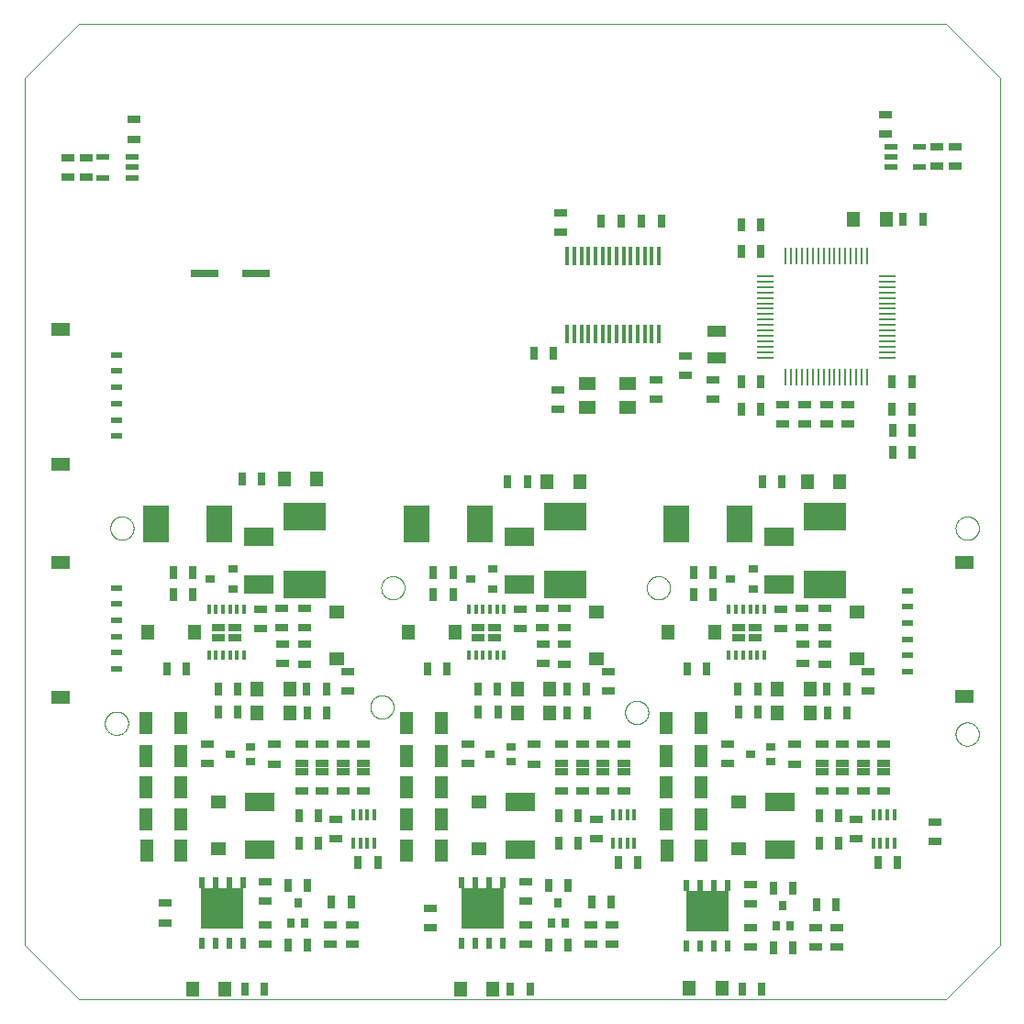
<source format=gtp>
G75*
%MOIN*%
%OFA0B0*%
%FSLAX25Y25*%
%IPPOS*%
%LPD*%
%AMOC8*
5,1,8,0,0,1.08239X$1,22.5*
%
%ADD10C,0.00000*%
%ADD11R,0.04724X0.03150*%
%ADD12R,0.03150X0.04724*%
%ADD13R,0.02756X0.03543*%
%ADD14R,0.02402X0.04016*%
%ADD15R,0.15394X0.15000*%
%ADD16R,0.04724X0.07874*%
%ADD17R,0.15748X0.09843*%
%ADD18R,0.03543X0.03150*%
%ADD19R,0.04724X0.05512*%
%ADD20R,0.03543X0.02756*%
%ADD21R,0.10630X0.07087*%
%ADD22R,0.09500X0.13500*%
%ADD23R,0.05000X0.05787*%
%ADD24R,0.05787X0.05000*%
%ADD25R,0.01654X0.03500*%
%ADD26R,0.05100X0.02806*%
%ADD27R,0.05000X0.02806*%
%ADD28R,0.01772X0.03937*%
%ADD29R,0.03937X0.02362*%
%ADD30R,0.07087X0.04921*%
%ADD31R,0.00984X0.06102*%
%ADD32R,0.06102X0.00984*%
%ADD33R,0.01575X0.06890*%
%ADD34R,0.07087X0.03937*%
%ADD35R,0.06299X0.04921*%
%ADD36R,0.03937X0.00984*%
%ADD37R,0.00984X0.03937*%
%ADD38R,0.04724X0.02362*%
%ADD39R,0.10236X0.03150*%
D10*
X0025622Y0037433D02*
X0025622Y0352394D01*
X0045307Y0372079D01*
X0360268Y0372079D01*
X0379953Y0352394D01*
X0379953Y0037433D01*
X0360268Y0017748D01*
X0045307Y0017748D01*
X0025622Y0037433D01*
X0054855Y0118142D02*
X0054857Y0118272D01*
X0054863Y0118401D01*
X0054873Y0118531D01*
X0054887Y0118660D01*
X0054905Y0118788D01*
X0054926Y0118916D01*
X0054952Y0119043D01*
X0054982Y0119169D01*
X0055015Y0119295D01*
X0055052Y0119419D01*
X0055093Y0119542D01*
X0055138Y0119664D01*
X0055187Y0119784D01*
X0055239Y0119903D01*
X0055294Y0120020D01*
X0055354Y0120135D01*
X0055417Y0120249D01*
X0055483Y0120360D01*
X0055553Y0120470D01*
X0055626Y0120577D01*
X0055702Y0120682D01*
X0055781Y0120784D01*
X0055864Y0120884D01*
X0055949Y0120982D01*
X0056038Y0121077D01*
X0056129Y0121169D01*
X0056223Y0121258D01*
X0056320Y0121344D01*
X0056420Y0121427D01*
X0056521Y0121508D01*
X0056626Y0121585D01*
X0056732Y0121659D01*
X0056841Y0121729D01*
X0056952Y0121796D01*
X0057065Y0121860D01*
X0057180Y0121920D01*
X0057297Y0121977D01*
X0057415Y0122030D01*
X0057535Y0122079D01*
X0057657Y0122125D01*
X0057779Y0122167D01*
X0057903Y0122205D01*
X0058028Y0122239D01*
X0058154Y0122270D01*
X0058281Y0122297D01*
X0058409Y0122319D01*
X0058537Y0122338D01*
X0058666Y0122353D01*
X0058795Y0122364D01*
X0058925Y0122371D01*
X0059055Y0122374D01*
X0059184Y0122373D01*
X0059314Y0122368D01*
X0059443Y0122359D01*
X0059572Y0122346D01*
X0059701Y0122329D01*
X0059829Y0122308D01*
X0059956Y0122284D01*
X0060083Y0122255D01*
X0060208Y0122223D01*
X0060333Y0122186D01*
X0060456Y0122146D01*
X0060578Y0122103D01*
X0060699Y0122055D01*
X0060818Y0122004D01*
X0060936Y0121949D01*
X0061051Y0121890D01*
X0061165Y0121828D01*
X0061277Y0121763D01*
X0061387Y0121694D01*
X0061495Y0121622D01*
X0061601Y0121547D01*
X0061704Y0121468D01*
X0061805Y0121386D01*
X0061903Y0121301D01*
X0061998Y0121214D01*
X0062091Y0121123D01*
X0062181Y0121030D01*
X0062268Y0120933D01*
X0062352Y0120835D01*
X0062433Y0120733D01*
X0062511Y0120630D01*
X0062585Y0120523D01*
X0062657Y0120415D01*
X0062725Y0120305D01*
X0062789Y0120192D01*
X0062850Y0120078D01*
X0062908Y0119961D01*
X0062962Y0119844D01*
X0063012Y0119724D01*
X0063059Y0119603D01*
X0063102Y0119481D01*
X0063141Y0119357D01*
X0063176Y0119232D01*
X0063208Y0119106D01*
X0063235Y0118980D01*
X0063259Y0118852D01*
X0063279Y0118724D01*
X0063295Y0118595D01*
X0063307Y0118466D01*
X0063315Y0118336D01*
X0063319Y0118207D01*
X0063319Y0118077D01*
X0063315Y0117948D01*
X0063307Y0117818D01*
X0063295Y0117689D01*
X0063279Y0117560D01*
X0063259Y0117432D01*
X0063235Y0117304D01*
X0063208Y0117178D01*
X0063176Y0117052D01*
X0063141Y0116927D01*
X0063102Y0116803D01*
X0063059Y0116681D01*
X0063012Y0116560D01*
X0062962Y0116440D01*
X0062908Y0116323D01*
X0062850Y0116206D01*
X0062789Y0116092D01*
X0062725Y0115979D01*
X0062657Y0115869D01*
X0062585Y0115761D01*
X0062511Y0115654D01*
X0062433Y0115551D01*
X0062352Y0115449D01*
X0062268Y0115351D01*
X0062181Y0115254D01*
X0062091Y0115161D01*
X0061998Y0115070D01*
X0061903Y0114983D01*
X0061805Y0114898D01*
X0061704Y0114816D01*
X0061601Y0114737D01*
X0061495Y0114662D01*
X0061387Y0114590D01*
X0061277Y0114521D01*
X0061165Y0114456D01*
X0061051Y0114394D01*
X0060936Y0114335D01*
X0060818Y0114280D01*
X0060699Y0114229D01*
X0060578Y0114181D01*
X0060456Y0114138D01*
X0060333Y0114098D01*
X0060208Y0114061D01*
X0060083Y0114029D01*
X0059956Y0114000D01*
X0059829Y0113976D01*
X0059701Y0113955D01*
X0059572Y0113938D01*
X0059443Y0113925D01*
X0059314Y0113916D01*
X0059184Y0113911D01*
X0059055Y0113910D01*
X0058925Y0113913D01*
X0058795Y0113920D01*
X0058666Y0113931D01*
X0058537Y0113946D01*
X0058409Y0113965D01*
X0058281Y0113987D01*
X0058154Y0114014D01*
X0058028Y0114045D01*
X0057903Y0114079D01*
X0057779Y0114117D01*
X0057657Y0114159D01*
X0057535Y0114205D01*
X0057415Y0114254D01*
X0057297Y0114307D01*
X0057180Y0114364D01*
X0057065Y0114424D01*
X0056952Y0114488D01*
X0056841Y0114555D01*
X0056732Y0114625D01*
X0056626Y0114699D01*
X0056521Y0114776D01*
X0056420Y0114857D01*
X0056320Y0114940D01*
X0056223Y0115026D01*
X0056129Y0115115D01*
X0056038Y0115207D01*
X0055949Y0115302D01*
X0055864Y0115400D01*
X0055781Y0115500D01*
X0055702Y0115602D01*
X0055626Y0115707D01*
X0055553Y0115814D01*
X0055483Y0115924D01*
X0055417Y0116035D01*
X0055354Y0116149D01*
X0055294Y0116264D01*
X0055239Y0116381D01*
X0055187Y0116500D01*
X0055138Y0116620D01*
X0055093Y0116742D01*
X0055052Y0116865D01*
X0055015Y0116989D01*
X0054982Y0117115D01*
X0054952Y0117241D01*
X0054926Y0117368D01*
X0054905Y0117496D01*
X0054887Y0117624D01*
X0054873Y0117753D01*
X0054863Y0117883D01*
X0054857Y0118012D01*
X0054855Y0118142D01*
X0056823Y0189008D02*
X0056825Y0189138D01*
X0056831Y0189267D01*
X0056841Y0189397D01*
X0056855Y0189526D01*
X0056873Y0189654D01*
X0056894Y0189782D01*
X0056920Y0189909D01*
X0056950Y0190035D01*
X0056983Y0190161D01*
X0057020Y0190285D01*
X0057061Y0190408D01*
X0057106Y0190530D01*
X0057155Y0190650D01*
X0057207Y0190769D01*
X0057262Y0190886D01*
X0057322Y0191001D01*
X0057385Y0191115D01*
X0057451Y0191226D01*
X0057521Y0191336D01*
X0057594Y0191443D01*
X0057670Y0191548D01*
X0057749Y0191650D01*
X0057832Y0191750D01*
X0057917Y0191848D01*
X0058006Y0191943D01*
X0058097Y0192035D01*
X0058191Y0192124D01*
X0058288Y0192210D01*
X0058388Y0192293D01*
X0058489Y0192374D01*
X0058594Y0192451D01*
X0058700Y0192525D01*
X0058809Y0192595D01*
X0058920Y0192662D01*
X0059033Y0192726D01*
X0059148Y0192786D01*
X0059265Y0192843D01*
X0059383Y0192896D01*
X0059503Y0192945D01*
X0059625Y0192991D01*
X0059747Y0193033D01*
X0059871Y0193071D01*
X0059996Y0193105D01*
X0060122Y0193136D01*
X0060249Y0193163D01*
X0060377Y0193185D01*
X0060505Y0193204D01*
X0060634Y0193219D01*
X0060763Y0193230D01*
X0060893Y0193237D01*
X0061023Y0193240D01*
X0061152Y0193239D01*
X0061282Y0193234D01*
X0061411Y0193225D01*
X0061540Y0193212D01*
X0061669Y0193195D01*
X0061797Y0193174D01*
X0061924Y0193150D01*
X0062051Y0193121D01*
X0062176Y0193089D01*
X0062301Y0193052D01*
X0062424Y0193012D01*
X0062546Y0192969D01*
X0062667Y0192921D01*
X0062786Y0192870D01*
X0062904Y0192815D01*
X0063019Y0192756D01*
X0063133Y0192694D01*
X0063245Y0192629D01*
X0063355Y0192560D01*
X0063463Y0192488D01*
X0063569Y0192413D01*
X0063672Y0192334D01*
X0063773Y0192252D01*
X0063871Y0192167D01*
X0063966Y0192080D01*
X0064059Y0191989D01*
X0064149Y0191896D01*
X0064236Y0191799D01*
X0064320Y0191701D01*
X0064401Y0191599D01*
X0064479Y0191496D01*
X0064553Y0191389D01*
X0064625Y0191281D01*
X0064693Y0191171D01*
X0064757Y0191058D01*
X0064818Y0190944D01*
X0064876Y0190827D01*
X0064930Y0190710D01*
X0064980Y0190590D01*
X0065027Y0190469D01*
X0065070Y0190347D01*
X0065109Y0190223D01*
X0065144Y0190098D01*
X0065176Y0189972D01*
X0065203Y0189846D01*
X0065227Y0189718D01*
X0065247Y0189590D01*
X0065263Y0189461D01*
X0065275Y0189332D01*
X0065283Y0189202D01*
X0065287Y0189073D01*
X0065287Y0188943D01*
X0065283Y0188814D01*
X0065275Y0188684D01*
X0065263Y0188555D01*
X0065247Y0188426D01*
X0065227Y0188298D01*
X0065203Y0188170D01*
X0065176Y0188044D01*
X0065144Y0187918D01*
X0065109Y0187793D01*
X0065070Y0187669D01*
X0065027Y0187547D01*
X0064980Y0187426D01*
X0064930Y0187306D01*
X0064876Y0187189D01*
X0064818Y0187072D01*
X0064757Y0186958D01*
X0064693Y0186845D01*
X0064625Y0186735D01*
X0064553Y0186627D01*
X0064479Y0186520D01*
X0064401Y0186417D01*
X0064320Y0186315D01*
X0064236Y0186217D01*
X0064149Y0186120D01*
X0064059Y0186027D01*
X0063966Y0185936D01*
X0063871Y0185849D01*
X0063773Y0185764D01*
X0063672Y0185682D01*
X0063569Y0185603D01*
X0063463Y0185528D01*
X0063355Y0185456D01*
X0063245Y0185387D01*
X0063133Y0185322D01*
X0063019Y0185260D01*
X0062904Y0185201D01*
X0062786Y0185146D01*
X0062667Y0185095D01*
X0062546Y0185047D01*
X0062424Y0185004D01*
X0062301Y0184964D01*
X0062176Y0184927D01*
X0062051Y0184895D01*
X0061924Y0184866D01*
X0061797Y0184842D01*
X0061669Y0184821D01*
X0061540Y0184804D01*
X0061411Y0184791D01*
X0061282Y0184782D01*
X0061152Y0184777D01*
X0061023Y0184776D01*
X0060893Y0184779D01*
X0060763Y0184786D01*
X0060634Y0184797D01*
X0060505Y0184812D01*
X0060377Y0184831D01*
X0060249Y0184853D01*
X0060122Y0184880D01*
X0059996Y0184911D01*
X0059871Y0184945D01*
X0059747Y0184983D01*
X0059625Y0185025D01*
X0059503Y0185071D01*
X0059383Y0185120D01*
X0059265Y0185173D01*
X0059148Y0185230D01*
X0059033Y0185290D01*
X0058920Y0185354D01*
X0058809Y0185421D01*
X0058700Y0185491D01*
X0058594Y0185565D01*
X0058489Y0185642D01*
X0058388Y0185723D01*
X0058288Y0185806D01*
X0058191Y0185892D01*
X0058097Y0185981D01*
X0058006Y0186073D01*
X0057917Y0186168D01*
X0057832Y0186266D01*
X0057749Y0186366D01*
X0057670Y0186468D01*
X0057594Y0186573D01*
X0057521Y0186680D01*
X0057451Y0186790D01*
X0057385Y0186901D01*
X0057322Y0187015D01*
X0057262Y0187130D01*
X0057207Y0187247D01*
X0057155Y0187366D01*
X0057106Y0187486D01*
X0057061Y0187608D01*
X0057020Y0187731D01*
X0056983Y0187855D01*
X0056950Y0187981D01*
X0056920Y0188107D01*
X0056894Y0188234D01*
X0056873Y0188362D01*
X0056855Y0188490D01*
X0056841Y0188619D01*
X0056831Y0188749D01*
X0056825Y0188878D01*
X0056823Y0189008D01*
X0151311Y0124047D02*
X0151313Y0124177D01*
X0151319Y0124306D01*
X0151329Y0124436D01*
X0151343Y0124565D01*
X0151361Y0124693D01*
X0151382Y0124821D01*
X0151408Y0124948D01*
X0151438Y0125074D01*
X0151471Y0125200D01*
X0151508Y0125324D01*
X0151549Y0125447D01*
X0151594Y0125569D01*
X0151643Y0125689D01*
X0151695Y0125808D01*
X0151750Y0125925D01*
X0151810Y0126040D01*
X0151873Y0126154D01*
X0151939Y0126265D01*
X0152009Y0126375D01*
X0152082Y0126482D01*
X0152158Y0126587D01*
X0152237Y0126689D01*
X0152320Y0126789D01*
X0152405Y0126887D01*
X0152494Y0126982D01*
X0152585Y0127074D01*
X0152679Y0127163D01*
X0152776Y0127249D01*
X0152876Y0127332D01*
X0152977Y0127413D01*
X0153082Y0127490D01*
X0153188Y0127564D01*
X0153297Y0127634D01*
X0153408Y0127701D01*
X0153521Y0127765D01*
X0153636Y0127825D01*
X0153753Y0127882D01*
X0153871Y0127935D01*
X0153991Y0127984D01*
X0154113Y0128030D01*
X0154235Y0128072D01*
X0154359Y0128110D01*
X0154484Y0128144D01*
X0154610Y0128175D01*
X0154737Y0128202D01*
X0154865Y0128224D01*
X0154993Y0128243D01*
X0155122Y0128258D01*
X0155251Y0128269D01*
X0155381Y0128276D01*
X0155511Y0128279D01*
X0155640Y0128278D01*
X0155770Y0128273D01*
X0155899Y0128264D01*
X0156028Y0128251D01*
X0156157Y0128234D01*
X0156285Y0128213D01*
X0156412Y0128189D01*
X0156539Y0128160D01*
X0156664Y0128128D01*
X0156789Y0128091D01*
X0156912Y0128051D01*
X0157034Y0128008D01*
X0157155Y0127960D01*
X0157274Y0127909D01*
X0157392Y0127854D01*
X0157507Y0127795D01*
X0157621Y0127733D01*
X0157733Y0127668D01*
X0157843Y0127599D01*
X0157951Y0127527D01*
X0158057Y0127452D01*
X0158160Y0127373D01*
X0158261Y0127291D01*
X0158359Y0127206D01*
X0158454Y0127119D01*
X0158547Y0127028D01*
X0158637Y0126935D01*
X0158724Y0126838D01*
X0158808Y0126740D01*
X0158889Y0126638D01*
X0158967Y0126535D01*
X0159041Y0126428D01*
X0159113Y0126320D01*
X0159181Y0126210D01*
X0159245Y0126097D01*
X0159306Y0125983D01*
X0159364Y0125866D01*
X0159418Y0125749D01*
X0159468Y0125629D01*
X0159515Y0125508D01*
X0159558Y0125386D01*
X0159597Y0125262D01*
X0159632Y0125137D01*
X0159664Y0125011D01*
X0159691Y0124885D01*
X0159715Y0124757D01*
X0159735Y0124629D01*
X0159751Y0124500D01*
X0159763Y0124371D01*
X0159771Y0124241D01*
X0159775Y0124112D01*
X0159775Y0123982D01*
X0159771Y0123853D01*
X0159763Y0123723D01*
X0159751Y0123594D01*
X0159735Y0123465D01*
X0159715Y0123337D01*
X0159691Y0123209D01*
X0159664Y0123083D01*
X0159632Y0122957D01*
X0159597Y0122832D01*
X0159558Y0122708D01*
X0159515Y0122586D01*
X0159468Y0122465D01*
X0159418Y0122345D01*
X0159364Y0122228D01*
X0159306Y0122111D01*
X0159245Y0121997D01*
X0159181Y0121884D01*
X0159113Y0121774D01*
X0159041Y0121666D01*
X0158967Y0121559D01*
X0158889Y0121456D01*
X0158808Y0121354D01*
X0158724Y0121256D01*
X0158637Y0121159D01*
X0158547Y0121066D01*
X0158454Y0120975D01*
X0158359Y0120888D01*
X0158261Y0120803D01*
X0158160Y0120721D01*
X0158057Y0120642D01*
X0157951Y0120567D01*
X0157843Y0120495D01*
X0157733Y0120426D01*
X0157621Y0120361D01*
X0157507Y0120299D01*
X0157392Y0120240D01*
X0157274Y0120185D01*
X0157155Y0120134D01*
X0157034Y0120086D01*
X0156912Y0120043D01*
X0156789Y0120003D01*
X0156664Y0119966D01*
X0156539Y0119934D01*
X0156412Y0119905D01*
X0156285Y0119881D01*
X0156157Y0119860D01*
X0156028Y0119843D01*
X0155899Y0119830D01*
X0155770Y0119821D01*
X0155640Y0119816D01*
X0155511Y0119815D01*
X0155381Y0119818D01*
X0155251Y0119825D01*
X0155122Y0119836D01*
X0154993Y0119851D01*
X0154865Y0119870D01*
X0154737Y0119892D01*
X0154610Y0119919D01*
X0154484Y0119950D01*
X0154359Y0119984D01*
X0154235Y0120022D01*
X0154113Y0120064D01*
X0153991Y0120110D01*
X0153871Y0120159D01*
X0153753Y0120212D01*
X0153636Y0120269D01*
X0153521Y0120329D01*
X0153408Y0120393D01*
X0153297Y0120460D01*
X0153188Y0120530D01*
X0153082Y0120604D01*
X0152977Y0120681D01*
X0152876Y0120762D01*
X0152776Y0120845D01*
X0152679Y0120931D01*
X0152585Y0121020D01*
X0152494Y0121112D01*
X0152405Y0121207D01*
X0152320Y0121305D01*
X0152237Y0121405D01*
X0152158Y0121507D01*
X0152082Y0121612D01*
X0152009Y0121719D01*
X0151939Y0121829D01*
X0151873Y0121940D01*
X0151810Y0122054D01*
X0151750Y0122169D01*
X0151695Y0122286D01*
X0151643Y0122405D01*
X0151594Y0122525D01*
X0151549Y0122647D01*
X0151508Y0122770D01*
X0151471Y0122894D01*
X0151438Y0123020D01*
X0151408Y0123146D01*
X0151382Y0123273D01*
X0151361Y0123401D01*
X0151343Y0123529D01*
X0151329Y0123658D01*
X0151319Y0123788D01*
X0151313Y0123917D01*
X0151311Y0124047D01*
X0155248Y0167354D02*
X0155250Y0167484D01*
X0155256Y0167613D01*
X0155266Y0167743D01*
X0155280Y0167872D01*
X0155298Y0168000D01*
X0155319Y0168128D01*
X0155345Y0168255D01*
X0155375Y0168381D01*
X0155408Y0168507D01*
X0155445Y0168631D01*
X0155486Y0168754D01*
X0155531Y0168876D01*
X0155580Y0168996D01*
X0155632Y0169115D01*
X0155687Y0169232D01*
X0155747Y0169347D01*
X0155810Y0169461D01*
X0155876Y0169572D01*
X0155946Y0169682D01*
X0156019Y0169789D01*
X0156095Y0169894D01*
X0156174Y0169996D01*
X0156257Y0170096D01*
X0156342Y0170194D01*
X0156431Y0170289D01*
X0156522Y0170381D01*
X0156616Y0170470D01*
X0156713Y0170556D01*
X0156813Y0170639D01*
X0156914Y0170720D01*
X0157019Y0170797D01*
X0157125Y0170871D01*
X0157234Y0170941D01*
X0157345Y0171008D01*
X0157458Y0171072D01*
X0157573Y0171132D01*
X0157690Y0171189D01*
X0157808Y0171242D01*
X0157928Y0171291D01*
X0158050Y0171337D01*
X0158172Y0171379D01*
X0158296Y0171417D01*
X0158421Y0171451D01*
X0158547Y0171482D01*
X0158674Y0171509D01*
X0158802Y0171531D01*
X0158930Y0171550D01*
X0159059Y0171565D01*
X0159188Y0171576D01*
X0159318Y0171583D01*
X0159448Y0171586D01*
X0159577Y0171585D01*
X0159707Y0171580D01*
X0159836Y0171571D01*
X0159965Y0171558D01*
X0160094Y0171541D01*
X0160222Y0171520D01*
X0160349Y0171496D01*
X0160476Y0171467D01*
X0160601Y0171435D01*
X0160726Y0171398D01*
X0160849Y0171358D01*
X0160971Y0171315D01*
X0161092Y0171267D01*
X0161211Y0171216D01*
X0161329Y0171161D01*
X0161444Y0171102D01*
X0161558Y0171040D01*
X0161670Y0170975D01*
X0161780Y0170906D01*
X0161888Y0170834D01*
X0161994Y0170759D01*
X0162097Y0170680D01*
X0162198Y0170598D01*
X0162296Y0170513D01*
X0162391Y0170426D01*
X0162484Y0170335D01*
X0162574Y0170242D01*
X0162661Y0170145D01*
X0162745Y0170047D01*
X0162826Y0169945D01*
X0162904Y0169842D01*
X0162978Y0169735D01*
X0163050Y0169627D01*
X0163118Y0169517D01*
X0163182Y0169404D01*
X0163243Y0169290D01*
X0163301Y0169173D01*
X0163355Y0169056D01*
X0163405Y0168936D01*
X0163452Y0168815D01*
X0163495Y0168693D01*
X0163534Y0168569D01*
X0163569Y0168444D01*
X0163601Y0168318D01*
X0163628Y0168192D01*
X0163652Y0168064D01*
X0163672Y0167936D01*
X0163688Y0167807D01*
X0163700Y0167678D01*
X0163708Y0167548D01*
X0163712Y0167419D01*
X0163712Y0167289D01*
X0163708Y0167160D01*
X0163700Y0167030D01*
X0163688Y0166901D01*
X0163672Y0166772D01*
X0163652Y0166644D01*
X0163628Y0166516D01*
X0163601Y0166390D01*
X0163569Y0166264D01*
X0163534Y0166139D01*
X0163495Y0166015D01*
X0163452Y0165893D01*
X0163405Y0165772D01*
X0163355Y0165652D01*
X0163301Y0165535D01*
X0163243Y0165418D01*
X0163182Y0165304D01*
X0163118Y0165191D01*
X0163050Y0165081D01*
X0162978Y0164973D01*
X0162904Y0164866D01*
X0162826Y0164763D01*
X0162745Y0164661D01*
X0162661Y0164563D01*
X0162574Y0164466D01*
X0162484Y0164373D01*
X0162391Y0164282D01*
X0162296Y0164195D01*
X0162198Y0164110D01*
X0162097Y0164028D01*
X0161994Y0163949D01*
X0161888Y0163874D01*
X0161780Y0163802D01*
X0161670Y0163733D01*
X0161558Y0163668D01*
X0161444Y0163606D01*
X0161329Y0163547D01*
X0161211Y0163492D01*
X0161092Y0163441D01*
X0160971Y0163393D01*
X0160849Y0163350D01*
X0160726Y0163310D01*
X0160601Y0163273D01*
X0160476Y0163241D01*
X0160349Y0163212D01*
X0160222Y0163188D01*
X0160094Y0163167D01*
X0159965Y0163150D01*
X0159836Y0163137D01*
X0159707Y0163128D01*
X0159577Y0163123D01*
X0159448Y0163122D01*
X0159318Y0163125D01*
X0159188Y0163132D01*
X0159059Y0163143D01*
X0158930Y0163158D01*
X0158802Y0163177D01*
X0158674Y0163199D01*
X0158547Y0163226D01*
X0158421Y0163257D01*
X0158296Y0163291D01*
X0158172Y0163329D01*
X0158050Y0163371D01*
X0157928Y0163417D01*
X0157808Y0163466D01*
X0157690Y0163519D01*
X0157573Y0163576D01*
X0157458Y0163636D01*
X0157345Y0163700D01*
X0157234Y0163767D01*
X0157125Y0163837D01*
X0157019Y0163911D01*
X0156914Y0163988D01*
X0156813Y0164069D01*
X0156713Y0164152D01*
X0156616Y0164238D01*
X0156522Y0164327D01*
X0156431Y0164419D01*
X0156342Y0164514D01*
X0156257Y0164612D01*
X0156174Y0164712D01*
X0156095Y0164814D01*
X0156019Y0164919D01*
X0155946Y0165026D01*
X0155876Y0165136D01*
X0155810Y0165247D01*
X0155747Y0165361D01*
X0155687Y0165476D01*
X0155632Y0165593D01*
X0155580Y0165712D01*
X0155531Y0165832D01*
X0155486Y0165954D01*
X0155445Y0166077D01*
X0155408Y0166201D01*
X0155375Y0166327D01*
X0155345Y0166453D01*
X0155319Y0166580D01*
X0155298Y0166708D01*
X0155280Y0166836D01*
X0155266Y0166965D01*
X0155256Y0167095D01*
X0155250Y0167224D01*
X0155248Y0167354D01*
X0243831Y0122079D02*
X0243833Y0122209D01*
X0243839Y0122338D01*
X0243849Y0122468D01*
X0243863Y0122597D01*
X0243881Y0122725D01*
X0243902Y0122853D01*
X0243928Y0122980D01*
X0243958Y0123106D01*
X0243991Y0123232D01*
X0244028Y0123356D01*
X0244069Y0123479D01*
X0244114Y0123601D01*
X0244163Y0123721D01*
X0244215Y0123840D01*
X0244270Y0123957D01*
X0244330Y0124072D01*
X0244393Y0124186D01*
X0244459Y0124297D01*
X0244529Y0124407D01*
X0244602Y0124514D01*
X0244678Y0124619D01*
X0244757Y0124721D01*
X0244840Y0124821D01*
X0244925Y0124919D01*
X0245014Y0125014D01*
X0245105Y0125106D01*
X0245199Y0125195D01*
X0245296Y0125281D01*
X0245396Y0125364D01*
X0245497Y0125445D01*
X0245602Y0125522D01*
X0245708Y0125596D01*
X0245817Y0125666D01*
X0245928Y0125733D01*
X0246041Y0125797D01*
X0246156Y0125857D01*
X0246273Y0125914D01*
X0246391Y0125967D01*
X0246511Y0126016D01*
X0246633Y0126062D01*
X0246755Y0126104D01*
X0246879Y0126142D01*
X0247004Y0126176D01*
X0247130Y0126207D01*
X0247257Y0126234D01*
X0247385Y0126256D01*
X0247513Y0126275D01*
X0247642Y0126290D01*
X0247771Y0126301D01*
X0247901Y0126308D01*
X0248031Y0126311D01*
X0248160Y0126310D01*
X0248290Y0126305D01*
X0248419Y0126296D01*
X0248548Y0126283D01*
X0248677Y0126266D01*
X0248805Y0126245D01*
X0248932Y0126221D01*
X0249059Y0126192D01*
X0249184Y0126160D01*
X0249309Y0126123D01*
X0249432Y0126083D01*
X0249554Y0126040D01*
X0249675Y0125992D01*
X0249794Y0125941D01*
X0249912Y0125886D01*
X0250027Y0125827D01*
X0250141Y0125765D01*
X0250253Y0125700D01*
X0250363Y0125631D01*
X0250471Y0125559D01*
X0250577Y0125484D01*
X0250680Y0125405D01*
X0250781Y0125323D01*
X0250879Y0125238D01*
X0250974Y0125151D01*
X0251067Y0125060D01*
X0251157Y0124967D01*
X0251244Y0124870D01*
X0251328Y0124772D01*
X0251409Y0124670D01*
X0251487Y0124567D01*
X0251561Y0124460D01*
X0251633Y0124352D01*
X0251701Y0124242D01*
X0251765Y0124129D01*
X0251826Y0124015D01*
X0251884Y0123898D01*
X0251938Y0123781D01*
X0251988Y0123661D01*
X0252035Y0123540D01*
X0252078Y0123418D01*
X0252117Y0123294D01*
X0252152Y0123169D01*
X0252184Y0123043D01*
X0252211Y0122917D01*
X0252235Y0122789D01*
X0252255Y0122661D01*
X0252271Y0122532D01*
X0252283Y0122403D01*
X0252291Y0122273D01*
X0252295Y0122144D01*
X0252295Y0122014D01*
X0252291Y0121885D01*
X0252283Y0121755D01*
X0252271Y0121626D01*
X0252255Y0121497D01*
X0252235Y0121369D01*
X0252211Y0121241D01*
X0252184Y0121115D01*
X0252152Y0120989D01*
X0252117Y0120864D01*
X0252078Y0120740D01*
X0252035Y0120618D01*
X0251988Y0120497D01*
X0251938Y0120377D01*
X0251884Y0120260D01*
X0251826Y0120143D01*
X0251765Y0120029D01*
X0251701Y0119916D01*
X0251633Y0119806D01*
X0251561Y0119698D01*
X0251487Y0119591D01*
X0251409Y0119488D01*
X0251328Y0119386D01*
X0251244Y0119288D01*
X0251157Y0119191D01*
X0251067Y0119098D01*
X0250974Y0119007D01*
X0250879Y0118920D01*
X0250781Y0118835D01*
X0250680Y0118753D01*
X0250577Y0118674D01*
X0250471Y0118599D01*
X0250363Y0118527D01*
X0250253Y0118458D01*
X0250141Y0118393D01*
X0250027Y0118331D01*
X0249912Y0118272D01*
X0249794Y0118217D01*
X0249675Y0118166D01*
X0249554Y0118118D01*
X0249432Y0118075D01*
X0249309Y0118035D01*
X0249184Y0117998D01*
X0249059Y0117966D01*
X0248932Y0117937D01*
X0248805Y0117913D01*
X0248677Y0117892D01*
X0248548Y0117875D01*
X0248419Y0117862D01*
X0248290Y0117853D01*
X0248160Y0117848D01*
X0248031Y0117847D01*
X0247901Y0117850D01*
X0247771Y0117857D01*
X0247642Y0117868D01*
X0247513Y0117883D01*
X0247385Y0117902D01*
X0247257Y0117924D01*
X0247130Y0117951D01*
X0247004Y0117982D01*
X0246879Y0118016D01*
X0246755Y0118054D01*
X0246633Y0118096D01*
X0246511Y0118142D01*
X0246391Y0118191D01*
X0246273Y0118244D01*
X0246156Y0118301D01*
X0246041Y0118361D01*
X0245928Y0118425D01*
X0245817Y0118492D01*
X0245708Y0118562D01*
X0245602Y0118636D01*
X0245497Y0118713D01*
X0245396Y0118794D01*
X0245296Y0118877D01*
X0245199Y0118963D01*
X0245105Y0119052D01*
X0245014Y0119144D01*
X0244925Y0119239D01*
X0244840Y0119337D01*
X0244757Y0119437D01*
X0244678Y0119539D01*
X0244602Y0119644D01*
X0244529Y0119751D01*
X0244459Y0119861D01*
X0244393Y0119972D01*
X0244330Y0120086D01*
X0244270Y0120201D01*
X0244215Y0120318D01*
X0244163Y0120437D01*
X0244114Y0120557D01*
X0244069Y0120679D01*
X0244028Y0120802D01*
X0243991Y0120926D01*
X0243958Y0121052D01*
X0243928Y0121178D01*
X0243902Y0121305D01*
X0243881Y0121433D01*
X0243863Y0121561D01*
X0243849Y0121690D01*
X0243839Y0121820D01*
X0243833Y0121949D01*
X0243831Y0122079D01*
X0251705Y0167354D02*
X0251707Y0167484D01*
X0251713Y0167613D01*
X0251723Y0167743D01*
X0251737Y0167872D01*
X0251755Y0168000D01*
X0251776Y0168128D01*
X0251802Y0168255D01*
X0251832Y0168381D01*
X0251865Y0168507D01*
X0251902Y0168631D01*
X0251943Y0168754D01*
X0251988Y0168876D01*
X0252037Y0168996D01*
X0252089Y0169115D01*
X0252144Y0169232D01*
X0252204Y0169347D01*
X0252267Y0169461D01*
X0252333Y0169572D01*
X0252403Y0169682D01*
X0252476Y0169789D01*
X0252552Y0169894D01*
X0252631Y0169996D01*
X0252714Y0170096D01*
X0252799Y0170194D01*
X0252888Y0170289D01*
X0252979Y0170381D01*
X0253073Y0170470D01*
X0253170Y0170556D01*
X0253270Y0170639D01*
X0253371Y0170720D01*
X0253476Y0170797D01*
X0253582Y0170871D01*
X0253691Y0170941D01*
X0253802Y0171008D01*
X0253915Y0171072D01*
X0254030Y0171132D01*
X0254147Y0171189D01*
X0254265Y0171242D01*
X0254385Y0171291D01*
X0254507Y0171337D01*
X0254629Y0171379D01*
X0254753Y0171417D01*
X0254878Y0171451D01*
X0255004Y0171482D01*
X0255131Y0171509D01*
X0255259Y0171531D01*
X0255387Y0171550D01*
X0255516Y0171565D01*
X0255645Y0171576D01*
X0255775Y0171583D01*
X0255905Y0171586D01*
X0256034Y0171585D01*
X0256164Y0171580D01*
X0256293Y0171571D01*
X0256422Y0171558D01*
X0256551Y0171541D01*
X0256679Y0171520D01*
X0256806Y0171496D01*
X0256933Y0171467D01*
X0257058Y0171435D01*
X0257183Y0171398D01*
X0257306Y0171358D01*
X0257428Y0171315D01*
X0257549Y0171267D01*
X0257668Y0171216D01*
X0257786Y0171161D01*
X0257901Y0171102D01*
X0258015Y0171040D01*
X0258127Y0170975D01*
X0258237Y0170906D01*
X0258345Y0170834D01*
X0258451Y0170759D01*
X0258554Y0170680D01*
X0258655Y0170598D01*
X0258753Y0170513D01*
X0258848Y0170426D01*
X0258941Y0170335D01*
X0259031Y0170242D01*
X0259118Y0170145D01*
X0259202Y0170047D01*
X0259283Y0169945D01*
X0259361Y0169842D01*
X0259435Y0169735D01*
X0259507Y0169627D01*
X0259575Y0169517D01*
X0259639Y0169404D01*
X0259700Y0169290D01*
X0259758Y0169173D01*
X0259812Y0169056D01*
X0259862Y0168936D01*
X0259909Y0168815D01*
X0259952Y0168693D01*
X0259991Y0168569D01*
X0260026Y0168444D01*
X0260058Y0168318D01*
X0260085Y0168192D01*
X0260109Y0168064D01*
X0260129Y0167936D01*
X0260145Y0167807D01*
X0260157Y0167678D01*
X0260165Y0167548D01*
X0260169Y0167419D01*
X0260169Y0167289D01*
X0260165Y0167160D01*
X0260157Y0167030D01*
X0260145Y0166901D01*
X0260129Y0166772D01*
X0260109Y0166644D01*
X0260085Y0166516D01*
X0260058Y0166390D01*
X0260026Y0166264D01*
X0259991Y0166139D01*
X0259952Y0166015D01*
X0259909Y0165893D01*
X0259862Y0165772D01*
X0259812Y0165652D01*
X0259758Y0165535D01*
X0259700Y0165418D01*
X0259639Y0165304D01*
X0259575Y0165191D01*
X0259507Y0165081D01*
X0259435Y0164973D01*
X0259361Y0164866D01*
X0259283Y0164763D01*
X0259202Y0164661D01*
X0259118Y0164563D01*
X0259031Y0164466D01*
X0258941Y0164373D01*
X0258848Y0164282D01*
X0258753Y0164195D01*
X0258655Y0164110D01*
X0258554Y0164028D01*
X0258451Y0163949D01*
X0258345Y0163874D01*
X0258237Y0163802D01*
X0258127Y0163733D01*
X0258015Y0163668D01*
X0257901Y0163606D01*
X0257786Y0163547D01*
X0257668Y0163492D01*
X0257549Y0163441D01*
X0257428Y0163393D01*
X0257306Y0163350D01*
X0257183Y0163310D01*
X0257058Y0163273D01*
X0256933Y0163241D01*
X0256806Y0163212D01*
X0256679Y0163188D01*
X0256551Y0163167D01*
X0256422Y0163150D01*
X0256293Y0163137D01*
X0256164Y0163128D01*
X0256034Y0163123D01*
X0255905Y0163122D01*
X0255775Y0163125D01*
X0255645Y0163132D01*
X0255516Y0163143D01*
X0255387Y0163158D01*
X0255259Y0163177D01*
X0255131Y0163199D01*
X0255004Y0163226D01*
X0254878Y0163257D01*
X0254753Y0163291D01*
X0254629Y0163329D01*
X0254507Y0163371D01*
X0254385Y0163417D01*
X0254265Y0163466D01*
X0254147Y0163519D01*
X0254030Y0163576D01*
X0253915Y0163636D01*
X0253802Y0163700D01*
X0253691Y0163767D01*
X0253582Y0163837D01*
X0253476Y0163911D01*
X0253371Y0163988D01*
X0253270Y0164069D01*
X0253170Y0164152D01*
X0253073Y0164238D01*
X0252979Y0164327D01*
X0252888Y0164419D01*
X0252799Y0164514D01*
X0252714Y0164612D01*
X0252631Y0164712D01*
X0252552Y0164814D01*
X0252476Y0164919D01*
X0252403Y0165026D01*
X0252333Y0165136D01*
X0252267Y0165247D01*
X0252204Y0165361D01*
X0252144Y0165476D01*
X0252089Y0165593D01*
X0252037Y0165712D01*
X0251988Y0165832D01*
X0251943Y0165954D01*
X0251902Y0166077D01*
X0251865Y0166201D01*
X0251832Y0166327D01*
X0251802Y0166453D01*
X0251776Y0166580D01*
X0251755Y0166708D01*
X0251737Y0166836D01*
X0251723Y0166965D01*
X0251713Y0167095D01*
X0251707Y0167224D01*
X0251705Y0167354D01*
X0363910Y0189008D02*
X0363912Y0189138D01*
X0363918Y0189267D01*
X0363928Y0189397D01*
X0363942Y0189526D01*
X0363960Y0189654D01*
X0363981Y0189782D01*
X0364007Y0189909D01*
X0364037Y0190035D01*
X0364070Y0190161D01*
X0364107Y0190285D01*
X0364148Y0190408D01*
X0364193Y0190530D01*
X0364242Y0190650D01*
X0364294Y0190769D01*
X0364349Y0190886D01*
X0364409Y0191001D01*
X0364472Y0191115D01*
X0364538Y0191226D01*
X0364608Y0191336D01*
X0364681Y0191443D01*
X0364757Y0191548D01*
X0364836Y0191650D01*
X0364919Y0191750D01*
X0365004Y0191848D01*
X0365093Y0191943D01*
X0365184Y0192035D01*
X0365278Y0192124D01*
X0365375Y0192210D01*
X0365475Y0192293D01*
X0365576Y0192374D01*
X0365681Y0192451D01*
X0365787Y0192525D01*
X0365896Y0192595D01*
X0366007Y0192662D01*
X0366120Y0192726D01*
X0366235Y0192786D01*
X0366352Y0192843D01*
X0366470Y0192896D01*
X0366590Y0192945D01*
X0366712Y0192991D01*
X0366834Y0193033D01*
X0366958Y0193071D01*
X0367083Y0193105D01*
X0367209Y0193136D01*
X0367336Y0193163D01*
X0367464Y0193185D01*
X0367592Y0193204D01*
X0367721Y0193219D01*
X0367850Y0193230D01*
X0367980Y0193237D01*
X0368110Y0193240D01*
X0368239Y0193239D01*
X0368369Y0193234D01*
X0368498Y0193225D01*
X0368627Y0193212D01*
X0368756Y0193195D01*
X0368884Y0193174D01*
X0369011Y0193150D01*
X0369138Y0193121D01*
X0369263Y0193089D01*
X0369388Y0193052D01*
X0369511Y0193012D01*
X0369633Y0192969D01*
X0369754Y0192921D01*
X0369873Y0192870D01*
X0369991Y0192815D01*
X0370106Y0192756D01*
X0370220Y0192694D01*
X0370332Y0192629D01*
X0370442Y0192560D01*
X0370550Y0192488D01*
X0370656Y0192413D01*
X0370759Y0192334D01*
X0370860Y0192252D01*
X0370958Y0192167D01*
X0371053Y0192080D01*
X0371146Y0191989D01*
X0371236Y0191896D01*
X0371323Y0191799D01*
X0371407Y0191701D01*
X0371488Y0191599D01*
X0371566Y0191496D01*
X0371640Y0191389D01*
X0371712Y0191281D01*
X0371780Y0191171D01*
X0371844Y0191058D01*
X0371905Y0190944D01*
X0371963Y0190827D01*
X0372017Y0190710D01*
X0372067Y0190590D01*
X0372114Y0190469D01*
X0372157Y0190347D01*
X0372196Y0190223D01*
X0372231Y0190098D01*
X0372263Y0189972D01*
X0372290Y0189846D01*
X0372314Y0189718D01*
X0372334Y0189590D01*
X0372350Y0189461D01*
X0372362Y0189332D01*
X0372370Y0189202D01*
X0372374Y0189073D01*
X0372374Y0188943D01*
X0372370Y0188814D01*
X0372362Y0188684D01*
X0372350Y0188555D01*
X0372334Y0188426D01*
X0372314Y0188298D01*
X0372290Y0188170D01*
X0372263Y0188044D01*
X0372231Y0187918D01*
X0372196Y0187793D01*
X0372157Y0187669D01*
X0372114Y0187547D01*
X0372067Y0187426D01*
X0372017Y0187306D01*
X0371963Y0187189D01*
X0371905Y0187072D01*
X0371844Y0186958D01*
X0371780Y0186845D01*
X0371712Y0186735D01*
X0371640Y0186627D01*
X0371566Y0186520D01*
X0371488Y0186417D01*
X0371407Y0186315D01*
X0371323Y0186217D01*
X0371236Y0186120D01*
X0371146Y0186027D01*
X0371053Y0185936D01*
X0370958Y0185849D01*
X0370860Y0185764D01*
X0370759Y0185682D01*
X0370656Y0185603D01*
X0370550Y0185528D01*
X0370442Y0185456D01*
X0370332Y0185387D01*
X0370220Y0185322D01*
X0370106Y0185260D01*
X0369991Y0185201D01*
X0369873Y0185146D01*
X0369754Y0185095D01*
X0369633Y0185047D01*
X0369511Y0185004D01*
X0369388Y0184964D01*
X0369263Y0184927D01*
X0369138Y0184895D01*
X0369011Y0184866D01*
X0368884Y0184842D01*
X0368756Y0184821D01*
X0368627Y0184804D01*
X0368498Y0184791D01*
X0368369Y0184782D01*
X0368239Y0184777D01*
X0368110Y0184776D01*
X0367980Y0184779D01*
X0367850Y0184786D01*
X0367721Y0184797D01*
X0367592Y0184812D01*
X0367464Y0184831D01*
X0367336Y0184853D01*
X0367209Y0184880D01*
X0367083Y0184911D01*
X0366958Y0184945D01*
X0366834Y0184983D01*
X0366712Y0185025D01*
X0366590Y0185071D01*
X0366470Y0185120D01*
X0366352Y0185173D01*
X0366235Y0185230D01*
X0366120Y0185290D01*
X0366007Y0185354D01*
X0365896Y0185421D01*
X0365787Y0185491D01*
X0365681Y0185565D01*
X0365576Y0185642D01*
X0365475Y0185723D01*
X0365375Y0185806D01*
X0365278Y0185892D01*
X0365184Y0185981D01*
X0365093Y0186073D01*
X0365004Y0186168D01*
X0364919Y0186266D01*
X0364836Y0186366D01*
X0364757Y0186468D01*
X0364681Y0186573D01*
X0364608Y0186680D01*
X0364538Y0186790D01*
X0364472Y0186901D01*
X0364409Y0187015D01*
X0364349Y0187130D01*
X0364294Y0187247D01*
X0364242Y0187366D01*
X0364193Y0187486D01*
X0364148Y0187608D01*
X0364107Y0187731D01*
X0364070Y0187855D01*
X0364037Y0187981D01*
X0364007Y0188107D01*
X0363981Y0188234D01*
X0363960Y0188362D01*
X0363942Y0188490D01*
X0363928Y0188619D01*
X0363918Y0188749D01*
X0363912Y0188878D01*
X0363910Y0189008D01*
X0363910Y0114205D02*
X0363912Y0114335D01*
X0363918Y0114464D01*
X0363928Y0114594D01*
X0363942Y0114723D01*
X0363960Y0114851D01*
X0363981Y0114979D01*
X0364007Y0115106D01*
X0364037Y0115232D01*
X0364070Y0115358D01*
X0364107Y0115482D01*
X0364148Y0115605D01*
X0364193Y0115727D01*
X0364242Y0115847D01*
X0364294Y0115966D01*
X0364349Y0116083D01*
X0364409Y0116198D01*
X0364472Y0116312D01*
X0364538Y0116423D01*
X0364608Y0116533D01*
X0364681Y0116640D01*
X0364757Y0116745D01*
X0364836Y0116847D01*
X0364919Y0116947D01*
X0365004Y0117045D01*
X0365093Y0117140D01*
X0365184Y0117232D01*
X0365278Y0117321D01*
X0365375Y0117407D01*
X0365475Y0117490D01*
X0365576Y0117571D01*
X0365681Y0117648D01*
X0365787Y0117722D01*
X0365896Y0117792D01*
X0366007Y0117859D01*
X0366120Y0117923D01*
X0366235Y0117983D01*
X0366352Y0118040D01*
X0366470Y0118093D01*
X0366590Y0118142D01*
X0366712Y0118188D01*
X0366834Y0118230D01*
X0366958Y0118268D01*
X0367083Y0118302D01*
X0367209Y0118333D01*
X0367336Y0118360D01*
X0367464Y0118382D01*
X0367592Y0118401D01*
X0367721Y0118416D01*
X0367850Y0118427D01*
X0367980Y0118434D01*
X0368110Y0118437D01*
X0368239Y0118436D01*
X0368369Y0118431D01*
X0368498Y0118422D01*
X0368627Y0118409D01*
X0368756Y0118392D01*
X0368884Y0118371D01*
X0369011Y0118347D01*
X0369138Y0118318D01*
X0369263Y0118286D01*
X0369388Y0118249D01*
X0369511Y0118209D01*
X0369633Y0118166D01*
X0369754Y0118118D01*
X0369873Y0118067D01*
X0369991Y0118012D01*
X0370106Y0117953D01*
X0370220Y0117891D01*
X0370332Y0117826D01*
X0370442Y0117757D01*
X0370550Y0117685D01*
X0370656Y0117610D01*
X0370759Y0117531D01*
X0370860Y0117449D01*
X0370958Y0117364D01*
X0371053Y0117277D01*
X0371146Y0117186D01*
X0371236Y0117093D01*
X0371323Y0116996D01*
X0371407Y0116898D01*
X0371488Y0116796D01*
X0371566Y0116693D01*
X0371640Y0116586D01*
X0371712Y0116478D01*
X0371780Y0116368D01*
X0371844Y0116255D01*
X0371905Y0116141D01*
X0371963Y0116024D01*
X0372017Y0115907D01*
X0372067Y0115787D01*
X0372114Y0115666D01*
X0372157Y0115544D01*
X0372196Y0115420D01*
X0372231Y0115295D01*
X0372263Y0115169D01*
X0372290Y0115043D01*
X0372314Y0114915D01*
X0372334Y0114787D01*
X0372350Y0114658D01*
X0372362Y0114529D01*
X0372370Y0114399D01*
X0372374Y0114270D01*
X0372374Y0114140D01*
X0372370Y0114011D01*
X0372362Y0113881D01*
X0372350Y0113752D01*
X0372334Y0113623D01*
X0372314Y0113495D01*
X0372290Y0113367D01*
X0372263Y0113241D01*
X0372231Y0113115D01*
X0372196Y0112990D01*
X0372157Y0112866D01*
X0372114Y0112744D01*
X0372067Y0112623D01*
X0372017Y0112503D01*
X0371963Y0112386D01*
X0371905Y0112269D01*
X0371844Y0112155D01*
X0371780Y0112042D01*
X0371712Y0111932D01*
X0371640Y0111824D01*
X0371566Y0111717D01*
X0371488Y0111614D01*
X0371407Y0111512D01*
X0371323Y0111414D01*
X0371236Y0111317D01*
X0371146Y0111224D01*
X0371053Y0111133D01*
X0370958Y0111046D01*
X0370860Y0110961D01*
X0370759Y0110879D01*
X0370656Y0110800D01*
X0370550Y0110725D01*
X0370442Y0110653D01*
X0370332Y0110584D01*
X0370220Y0110519D01*
X0370106Y0110457D01*
X0369991Y0110398D01*
X0369873Y0110343D01*
X0369754Y0110292D01*
X0369633Y0110244D01*
X0369511Y0110201D01*
X0369388Y0110161D01*
X0369263Y0110124D01*
X0369138Y0110092D01*
X0369011Y0110063D01*
X0368884Y0110039D01*
X0368756Y0110018D01*
X0368627Y0110001D01*
X0368498Y0109988D01*
X0368369Y0109979D01*
X0368239Y0109974D01*
X0368110Y0109973D01*
X0367980Y0109976D01*
X0367850Y0109983D01*
X0367721Y0109994D01*
X0367592Y0110009D01*
X0367464Y0110028D01*
X0367336Y0110050D01*
X0367209Y0110077D01*
X0367083Y0110108D01*
X0366958Y0110142D01*
X0366834Y0110180D01*
X0366712Y0110222D01*
X0366590Y0110268D01*
X0366470Y0110317D01*
X0366352Y0110370D01*
X0366235Y0110427D01*
X0366120Y0110487D01*
X0366007Y0110551D01*
X0365896Y0110618D01*
X0365787Y0110688D01*
X0365681Y0110762D01*
X0365576Y0110839D01*
X0365475Y0110920D01*
X0365375Y0111003D01*
X0365278Y0111089D01*
X0365184Y0111178D01*
X0365093Y0111270D01*
X0365004Y0111365D01*
X0364919Y0111463D01*
X0364836Y0111563D01*
X0364757Y0111665D01*
X0364681Y0111770D01*
X0364608Y0111877D01*
X0364538Y0111987D01*
X0364472Y0112098D01*
X0364409Y0112212D01*
X0364349Y0112327D01*
X0364294Y0112444D01*
X0364242Y0112563D01*
X0364193Y0112683D01*
X0364148Y0112805D01*
X0364107Y0112928D01*
X0364070Y0113052D01*
X0364037Y0113178D01*
X0364007Y0113304D01*
X0363981Y0113431D01*
X0363960Y0113559D01*
X0363942Y0113687D01*
X0363928Y0113816D01*
X0363918Y0113946D01*
X0363912Y0114075D01*
X0363910Y0114205D01*
D11*
X0337866Y0110720D03*
X0337866Y0103634D03*
X0337866Y0100720D03*
X0337866Y0093634D03*
X0330366Y0093634D03*
X0330366Y0100720D03*
X0330366Y0103634D03*
X0330366Y0110720D03*
X0322866Y0110720D03*
X0315366Y0110720D03*
X0315366Y0103634D03*
X0315366Y0100720D03*
X0322866Y0100720D03*
X0322866Y0103634D03*
X0322866Y0093634D03*
X0315366Y0093634D03*
X0305307Y0103378D03*
X0305307Y0110465D03*
X0281173Y0110583D03*
X0281173Y0103496D03*
X0243378Y0103634D03*
X0243378Y0100720D03*
X0243378Y0093634D03*
X0235878Y0093634D03*
X0235878Y0100720D03*
X0235878Y0103634D03*
X0235878Y0110720D03*
X0243378Y0110720D03*
X0228378Y0110720D03*
X0220878Y0110720D03*
X0220878Y0103634D03*
X0220878Y0100720D03*
X0228378Y0100720D03*
X0228378Y0103634D03*
X0228378Y0093634D03*
X0220878Y0093634D03*
X0210819Y0103378D03*
X0210819Y0110465D03*
X0186685Y0110583D03*
X0186685Y0103496D03*
X0148890Y0103634D03*
X0148890Y0100720D03*
X0148890Y0093634D03*
X0141390Y0093634D03*
X0133890Y0093634D03*
X0133890Y0100720D03*
X0133890Y0103634D03*
X0141390Y0103634D03*
X0141390Y0100720D03*
X0141390Y0110720D03*
X0133890Y0110720D03*
X0126390Y0110720D03*
X0126390Y0103634D03*
X0126390Y0100720D03*
X0126390Y0093634D03*
X0116331Y0103378D03*
X0116331Y0110465D03*
X0092197Y0110583D03*
X0092197Y0103496D03*
X0119453Y0139874D03*
X0119453Y0146961D03*
X0119224Y0152799D03*
X0119224Y0159886D03*
X0111402Y0159709D03*
X0111402Y0152622D03*
X0127335Y0152799D03*
X0127327Y0146764D03*
X0127327Y0139677D03*
X0143220Y0136961D03*
X0143220Y0129874D03*
X0148890Y0110720D03*
X0138890Y0083220D03*
X0138890Y0076134D03*
X0113220Y0060661D03*
X0113220Y0053575D03*
X0113220Y0044913D03*
X0113220Y0037827D03*
X0136843Y0037827D03*
X0136843Y0044913D03*
X0144717Y0044913D03*
X0144717Y0037827D03*
X0173260Y0043732D03*
X0173260Y0050819D03*
X0207709Y0053575D03*
X0207709Y0060661D03*
X0207709Y0044913D03*
X0207709Y0037827D03*
X0231331Y0037827D03*
X0231331Y0044913D03*
X0239205Y0044913D03*
X0239205Y0037827D03*
X0233378Y0076134D03*
X0233378Y0083220D03*
X0237709Y0129874D03*
X0237709Y0136961D03*
X0221815Y0139677D03*
X0221815Y0146764D03*
X0221823Y0152799D03*
X0221823Y0159886D03*
X0213713Y0159886D03*
X0213713Y0152799D03*
X0213941Y0146961D03*
X0213941Y0139874D03*
X0205890Y0152622D03*
X0205890Y0159709D03*
X0219520Y0232138D03*
X0219520Y0239224D03*
X0254953Y0235740D03*
X0254953Y0242827D03*
X0265780Y0244598D03*
X0265780Y0251685D03*
X0275622Y0242827D03*
X0275622Y0235740D03*
X0301213Y0233890D03*
X0301213Y0226803D03*
X0309087Y0226803D03*
X0309087Y0233890D03*
X0316961Y0233890D03*
X0316961Y0226803D03*
X0324835Y0226803D03*
X0324835Y0233890D03*
X0316311Y0159886D03*
X0316311Y0152799D03*
X0316303Y0146764D03*
X0316303Y0139677D03*
X0308429Y0139874D03*
X0308429Y0146961D03*
X0308201Y0152799D03*
X0308201Y0159886D03*
X0300378Y0159709D03*
X0300378Y0152622D03*
X0332197Y0136961D03*
X0332197Y0129874D03*
X0327866Y0083220D03*
X0327866Y0076134D03*
X0356331Y0075228D03*
X0356331Y0082315D03*
X0320898Y0043929D03*
X0320898Y0036843D03*
X0313024Y0036843D03*
X0313024Y0043929D03*
X0289402Y0043929D03*
X0289402Y0036843D03*
X0289402Y0052591D03*
X0289402Y0059677D03*
X0127335Y0159886D03*
X0076803Y0052787D03*
X0076803Y0045701D03*
X0220504Y0296606D03*
X0220504Y0303693D03*
X0338352Y0332185D03*
X0338352Y0339272D03*
X0357102Y0327522D03*
X0357102Y0320435D03*
X0363852Y0320435D03*
X0363852Y0327522D03*
X0065593Y0330327D03*
X0065593Y0337413D03*
X0048093Y0323663D03*
X0048093Y0316577D03*
X0041343Y0316577D03*
X0041343Y0323663D03*
D12*
X0104756Y0206724D03*
X0111843Y0206724D03*
X0086795Y0172846D03*
X0079709Y0172846D03*
X0079709Y0164953D03*
X0086795Y0164953D03*
X0084559Y0137945D03*
X0077472Y0137945D03*
X0095937Y0130583D03*
X0103024Y0130583D03*
X0103142Y0122118D03*
X0096055Y0122118D03*
X0128417Y0121961D03*
X0135504Y0121961D03*
X0135307Y0130701D03*
X0128220Y0130701D03*
X0171961Y0137945D03*
X0179047Y0137945D03*
X0190425Y0130583D03*
X0197512Y0130583D03*
X0197630Y0122118D03*
X0190543Y0122118D03*
X0222906Y0121961D03*
X0229992Y0121961D03*
X0229795Y0130701D03*
X0222709Y0130701D03*
X0181283Y0164953D03*
X0174197Y0164953D03*
X0174197Y0172846D03*
X0181283Y0172846D03*
X0201213Y0205740D03*
X0208299Y0205740D03*
X0210642Y0252492D03*
X0217728Y0252492D03*
X0235248Y0300720D03*
X0242335Y0300720D03*
X0249854Y0300720D03*
X0256941Y0300720D03*
X0285937Y0299244D03*
X0293024Y0299244D03*
X0293024Y0289402D03*
X0285937Y0289402D03*
X0285937Y0242157D03*
X0293024Y0242157D03*
X0293024Y0232315D03*
X0285937Y0232315D03*
X0293732Y0205740D03*
X0300819Y0205740D03*
X0275772Y0172846D03*
X0268685Y0172846D03*
X0268685Y0164953D03*
X0275772Y0164953D03*
X0273535Y0137945D03*
X0266449Y0137945D03*
X0284913Y0130583D03*
X0292000Y0130583D03*
X0292118Y0122118D03*
X0285031Y0122118D03*
X0317394Y0121961D03*
X0324480Y0121961D03*
X0324283Y0130701D03*
X0317197Y0130701D03*
X0314323Y0084677D03*
X0321409Y0084677D03*
X0321409Y0074677D03*
X0314323Y0074677D03*
X0304756Y0058102D03*
X0297669Y0058102D03*
X0313417Y0052197D03*
X0320504Y0052197D03*
X0335823Y0067677D03*
X0342909Y0067677D03*
X0304756Y0036449D03*
X0297669Y0036449D03*
X0293378Y0021528D03*
X0286291Y0021528D03*
X0238811Y0053181D03*
X0231724Y0053181D03*
X0223063Y0059087D03*
X0215976Y0059087D03*
X0219835Y0074677D03*
X0226921Y0074677D03*
X0226921Y0084677D03*
X0219835Y0084677D03*
X0241335Y0067677D03*
X0248421Y0067677D03*
X0223063Y0037433D03*
X0215976Y0037433D03*
X0209283Y0021685D03*
X0202197Y0021685D03*
X0153933Y0067677D03*
X0146846Y0067677D03*
X0144323Y0053181D03*
X0137236Y0053181D03*
X0128575Y0059087D03*
X0121488Y0059087D03*
X0125346Y0074677D03*
X0132433Y0074677D03*
X0132433Y0084677D03*
X0125346Y0084677D03*
X0128575Y0037433D03*
X0121488Y0037433D03*
X0112827Y0021685D03*
X0105740Y0021685D03*
X0340976Y0216567D03*
X0348063Y0216567D03*
X0348063Y0224441D03*
X0340976Y0224441D03*
X0340898Y0232315D03*
X0347984Y0232315D03*
X0347984Y0242157D03*
X0340898Y0242157D03*
X0344913Y0301213D03*
X0352000Y0301213D03*
D13*
X0301213Y0052000D03*
X0303772Y0044520D03*
X0298654Y0044520D03*
X0222079Y0045504D03*
X0216961Y0045504D03*
X0219520Y0052984D03*
X0127591Y0045504D03*
X0122472Y0045504D03*
X0125031Y0052984D03*
D14*
X0104972Y0060248D03*
X0099972Y0060248D03*
X0094972Y0060248D03*
X0089972Y0060248D03*
X0089972Y0038240D03*
X0094972Y0038240D03*
X0099972Y0038240D03*
X0104972Y0038240D03*
X0184461Y0038240D03*
X0189461Y0038240D03*
X0194461Y0038240D03*
X0199461Y0038240D03*
X0199461Y0060248D03*
X0194461Y0060248D03*
X0189461Y0060248D03*
X0184461Y0060248D03*
X0266154Y0059264D03*
X0271154Y0059264D03*
X0276154Y0059264D03*
X0281154Y0059264D03*
X0281154Y0037256D03*
X0276154Y0037256D03*
X0271154Y0037256D03*
X0266154Y0037256D03*
D15*
X0273654Y0049992D03*
X0191961Y0050976D03*
X0097472Y0050976D03*
D16*
X0082591Y0071921D03*
X0082472Y0083260D03*
X0082472Y0094835D03*
X0082472Y0106291D03*
X0082512Y0118063D03*
X0069913Y0118063D03*
X0069874Y0106291D03*
X0069874Y0094835D03*
X0069874Y0083260D03*
X0069992Y0071921D03*
X0164480Y0071921D03*
X0164362Y0083260D03*
X0164362Y0094835D03*
X0164362Y0106291D03*
X0164402Y0118063D03*
X0177000Y0118063D03*
X0176961Y0106291D03*
X0176961Y0094835D03*
X0176961Y0083260D03*
X0177079Y0071921D03*
X0258969Y0071921D03*
X0258850Y0083260D03*
X0258850Y0094835D03*
X0258850Y0106291D03*
X0258890Y0118063D03*
X0271488Y0118063D03*
X0271449Y0106291D03*
X0271449Y0094835D03*
X0271449Y0083260D03*
X0271567Y0071921D03*
D17*
X0316567Y0168535D03*
X0316567Y0193339D03*
X0222079Y0193339D03*
X0222079Y0168535D03*
X0127591Y0168535D03*
X0127591Y0193339D03*
D18*
X0101382Y0174362D03*
X0101382Y0166882D03*
X0093114Y0170622D03*
X0187602Y0170622D03*
X0195870Y0166882D03*
X0195870Y0174362D03*
X0282091Y0170622D03*
X0290358Y0166882D03*
X0290358Y0174362D03*
D19*
X0310071Y0205740D03*
X0321882Y0205740D03*
X0310937Y0130661D03*
X0310937Y0121803D03*
X0299126Y0121803D03*
X0299126Y0130661D03*
X0227394Y0205740D03*
X0215583Y0205740D03*
X0216449Y0130661D03*
X0216449Y0121803D03*
X0204638Y0121803D03*
X0204638Y0130661D03*
X0131921Y0206724D03*
X0120110Y0206724D03*
X0121961Y0130661D03*
X0121961Y0121803D03*
X0110150Y0121803D03*
X0110150Y0130661D03*
X0098457Y0021685D03*
X0086646Y0021685D03*
X0184087Y0021685D03*
X0195898Y0021685D03*
X0267197Y0021843D03*
X0279008Y0021843D03*
X0326803Y0301213D03*
X0338614Y0301213D03*
D20*
X0296866Y0109413D03*
X0296866Y0104295D03*
X0289386Y0106854D03*
X0202378Y0104295D03*
X0202378Y0109413D03*
X0194898Y0106854D03*
X0107890Y0104295D03*
X0107890Y0109413D03*
X0100409Y0106854D03*
D21*
X0111252Y0089402D03*
X0111252Y0072079D03*
X0205740Y0072079D03*
X0205740Y0089402D03*
X0205346Y0168535D03*
X0205346Y0185858D03*
X0110858Y0185858D03*
X0110858Y0168535D03*
X0299835Y0168535D03*
X0299835Y0185858D03*
X0300228Y0089402D03*
X0300228Y0072079D03*
D22*
X0285484Y0190634D03*
X0262484Y0190634D03*
X0190996Y0190634D03*
X0167996Y0190634D03*
X0096508Y0190634D03*
X0073508Y0190634D03*
D23*
X0070543Y0151134D03*
X0087472Y0151134D03*
X0165031Y0151134D03*
X0181961Y0151134D03*
X0259520Y0151134D03*
X0276449Y0151134D03*
D24*
X0233535Y0158496D03*
X0233535Y0141567D03*
X0190701Y0089480D03*
X0190701Y0072551D03*
X0139047Y0141567D03*
X0139047Y0158496D03*
X0096213Y0089480D03*
X0096213Y0072551D03*
X0285189Y0072551D03*
X0285189Y0089480D03*
X0328024Y0141567D03*
X0328024Y0158496D03*
D25*
X0294382Y0159402D03*
X0291823Y0159402D03*
X0289264Y0159402D03*
X0286705Y0159402D03*
X0284146Y0159402D03*
X0281587Y0159402D03*
X0281587Y0142866D03*
X0284146Y0142866D03*
X0286705Y0142866D03*
X0289264Y0142866D03*
X0291823Y0142866D03*
X0294382Y0142866D03*
X0199894Y0142866D03*
X0197335Y0142866D03*
X0194776Y0142866D03*
X0192217Y0142866D03*
X0189657Y0142866D03*
X0187098Y0142866D03*
X0187098Y0159402D03*
X0189657Y0159402D03*
X0192217Y0159402D03*
X0194776Y0159402D03*
X0197335Y0159402D03*
X0199894Y0159402D03*
X0105406Y0159402D03*
X0102846Y0159402D03*
X0100287Y0159402D03*
X0097728Y0159402D03*
X0095169Y0159402D03*
X0092610Y0159402D03*
X0092610Y0142866D03*
X0095169Y0142866D03*
X0097728Y0142866D03*
X0100287Y0142866D03*
X0102846Y0142866D03*
X0105406Y0142866D03*
D26*
X0101958Y0152931D03*
X0096058Y0152931D03*
X0096058Y0149337D03*
X0190546Y0149337D03*
X0190546Y0152931D03*
X0196446Y0152931D03*
X0285034Y0152931D03*
X0285034Y0149337D03*
X0290934Y0152931D03*
D27*
X0290984Y0149337D03*
X0196496Y0149337D03*
X0102008Y0149337D03*
D28*
X0145051Y0084795D03*
X0147610Y0084795D03*
X0150169Y0084795D03*
X0152728Y0084795D03*
X0152728Y0074559D03*
X0150169Y0074559D03*
X0147610Y0074559D03*
X0145051Y0074559D03*
X0239539Y0074559D03*
X0242098Y0074559D03*
X0244657Y0074559D03*
X0247217Y0074559D03*
X0247217Y0084795D03*
X0244657Y0084795D03*
X0242098Y0084795D03*
X0239539Y0084795D03*
X0334028Y0084795D03*
X0336587Y0084795D03*
X0339146Y0084795D03*
X0341705Y0084795D03*
X0341705Y0074559D03*
X0339146Y0074559D03*
X0336587Y0074559D03*
X0334028Y0074559D03*
D29*
X0346488Y0136843D03*
X0346488Y0142748D03*
X0346488Y0148654D03*
X0346488Y0154559D03*
X0346488Y0160465D03*
X0346488Y0166370D03*
X0059087Y0167354D03*
X0059087Y0161449D03*
X0059087Y0155543D03*
X0059087Y0149638D03*
X0059087Y0143732D03*
X0059087Y0137827D03*
X0059087Y0222472D03*
X0059087Y0228378D03*
X0059087Y0234283D03*
X0059087Y0240189D03*
X0059087Y0246094D03*
X0059087Y0252000D03*
D30*
X0038614Y0261075D03*
X0038614Y0212217D03*
X0038614Y0176429D03*
X0038614Y0127571D03*
X0366961Y0127768D03*
X0366961Y0176626D03*
D31*
X0331724Y0243732D03*
X0329756Y0243732D03*
X0327787Y0243732D03*
X0325819Y0243732D03*
X0323850Y0243732D03*
X0321882Y0243732D03*
X0319913Y0243732D03*
X0317945Y0243732D03*
X0315976Y0243732D03*
X0314008Y0243732D03*
X0312039Y0243732D03*
X0310071Y0243732D03*
X0308102Y0243732D03*
X0306134Y0243732D03*
X0304165Y0243732D03*
X0302197Y0243732D03*
X0302197Y0287827D03*
X0304165Y0287827D03*
X0306134Y0287827D03*
X0308102Y0287827D03*
X0310071Y0287827D03*
X0312039Y0287827D03*
X0314008Y0287827D03*
X0315976Y0287827D03*
X0317945Y0287827D03*
X0319913Y0287827D03*
X0321882Y0287827D03*
X0323850Y0287827D03*
X0325819Y0287827D03*
X0327787Y0287827D03*
X0329756Y0287827D03*
X0331724Y0287827D03*
D32*
X0339008Y0280543D03*
X0339008Y0278575D03*
X0339008Y0276606D03*
X0339008Y0274638D03*
X0339008Y0272669D03*
X0339008Y0270701D03*
X0339008Y0268732D03*
X0339008Y0266764D03*
X0339008Y0264795D03*
X0339008Y0262827D03*
X0339008Y0260858D03*
X0339008Y0258890D03*
X0339008Y0256921D03*
X0339008Y0254953D03*
X0339008Y0252984D03*
X0339008Y0251016D03*
X0294913Y0251016D03*
X0294913Y0252984D03*
X0294913Y0254953D03*
X0294913Y0256921D03*
X0294913Y0258890D03*
X0294913Y0260858D03*
X0294913Y0262827D03*
X0294913Y0264795D03*
X0294913Y0266764D03*
X0294913Y0268732D03*
X0294913Y0270701D03*
X0294913Y0272669D03*
X0294913Y0274638D03*
X0294913Y0276606D03*
X0294913Y0278575D03*
X0294913Y0280543D03*
D33*
X0256094Y0287827D03*
X0253535Y0287827D03*
X0250976Y0287827D03*
X0248417Y0287827D03*
X0245858Y0287827D03*
X0243299Y0287827D03*
X0240740Y0287827D03*
X0238181Y0287827D03*
X0235622Y0287827D03*
X0233063Y0287827D03*
X0230504Y0287827D03*
X0227945Y0287827D03*
X0225386Y0287827D03*
X0222827Y0287827D03*
X0222827Y0259480D03*
X0225386Y0259480D03*
X0227945Y0259480D03*
X0230504Y0259480D03*
X0233063Y0259480D03*
X0235622Y0259480D03*
X0238181Y0259480D03*
X0240740Y0259480D03*
X0243299Y0259480D03*
X0245858Y0259480D03*
X0248417Y0259480D03*
X0250976Y0259480D03*
X0253535Y0259480D03*
X0256094Y0259480D03*
D34*
X0276961Y0260701D03*
X0276961Y0250858D03*
D35*
X0244598Y0241646D03*
X0244598Y0232984D03*
X0230031Y0232984D03*
X0230031Y0241646D03*
D36*
X0220504Y0295898D03*
D37*
X0242650Y0300720D03*
X0218043Y0252492D03*
X0293716Y0232384D03*
X0340435Y0232184D03*
X0293794Y0299249D03*
D38*
X0340287Y0320238D03*
X0340287Y0323978D03*
X0340287Y0327719D03*
X0350917Y0327719D03*
X0350917Y0320238D03*
X0064657Y0320120D03*
X0064657Y0316380D03*
X0064657Y0323860D03*
X0054028Y0323860D03*
X0054028Y0316380D03*
D39*
X0090976Y0281528D03*
X0109874Y0281528D03*
M02*

</source>
